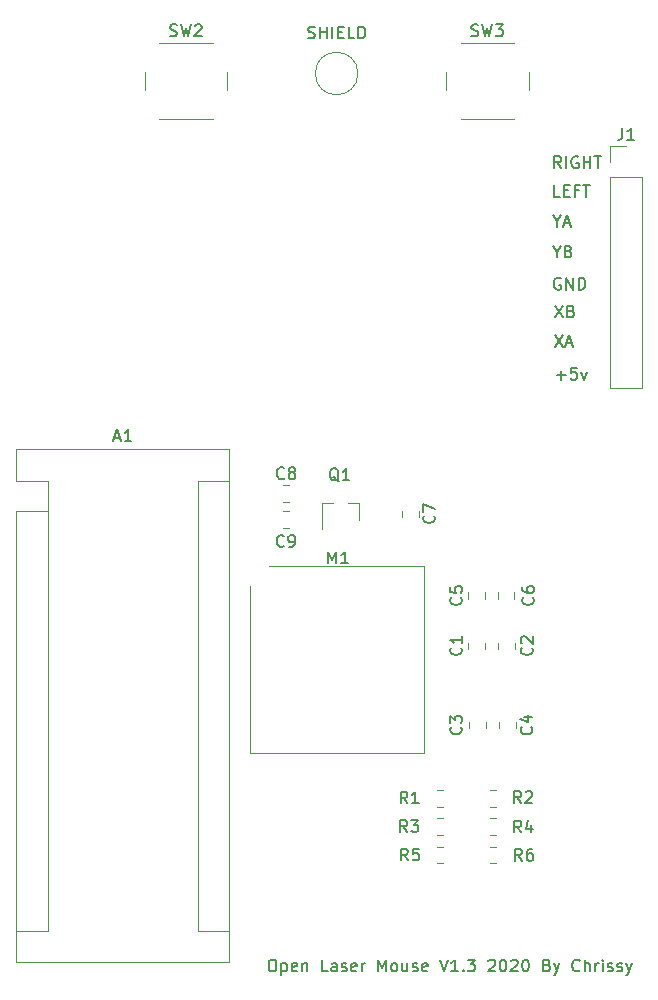
<source format=gbr>
G04 #@! TF.GenerationSoftware,KiCad,Pcbnew,(5.1.0-0)*
G04 #@! TF.CreationDate,2020-10-15T12:17:16+01:00*
G04 #@! TF.ProjectId,OpenLaserMouse,4f70656e-4c61-4736-9572-4d6f7573652e,rev?*
G04 #@! TF.SameCoordinates,Original*
G04 #@! TF.FileFunction,Legend,Top*
G04 #@! TF.FilePolarity,Positive*
%FSLAX46Y46*%
G04 Gerber Fmt 4.6, Leading zero omitted, Abs format (unit mm)*
G04 Created by KiCad (PCBNEW (5.1.0-0)) date 2020-10-15 12:17:16*
%MOMM*%
%LPD*%
G04 APERTURE LIST*
%ADD10C,0.150000*%
%ADD11C,0.120000*%
G04 APERTURE END LIST*
D10*
X65603738Y-43584761D02*
X65746595Y-43632380D01*
X65984690Y-43632380D01*
X66079928Y-43584761D01*
X66127547Y-43537142D01*
X66175166Y-43441904D01*
X66175166Y-43346666D01*
X66127547Y-43251428D01*
X66079928Y-43203809D01*
X65984690Y-43156190D01*
X65794214Y-43108571D01*
X65698976Y-43060952D01*
X65651357Y-43013333D01*
X65603738Y-42918095D01*
X65603738Y-42822857D01*
X65651357Y-42727619D01*
X65698976Y-42680000D01*
X65794214Y-42632380D01*
X66032309Y-42632380D01*
X66175166Y-42680000D01*
X66603738Y-43632380D02*
X66603738Y-42632380D01*
X66603738Y-43108571D02*
X67175166Y-43108571D01*
X67175166Y-43632380D02*
X67175166Y-42632380D01*
X67651357Y-43632380D02*
X67651357Y-42632380D01*
X68127547Y-43108571D02*
X68460880Y-43108571D01*
X68603738Y-43632380D02*
X68127547Y-43632380D01*
X68127547Y-42632380D01*
X68603738Y-42632380D01*
X69508500Y-43632380D02*
X69032309Y-43632380D01*
X69032309Y-42632380D01*
X69841833Y-43632380D02*
X69841833Y-42632380D01*
X70079928Y-42632380D01*
X70222785Y-42680000D01*
X70318023Y-42775238D01*
X70365642Y-42870476D01*
X70413261Y-43060952D01*
X70413261Y-43203809D01*
X70365642Y-43394285D01*
X70318023Y-43489523D01*
X70222785Y-43584761D01*
X70079928Y-43632380D01*
X69841833Y-43632380D01*
X86632095Y-72143928D02*
X87394000Y-72143928D01*
X87013047Y-72524880D02*
X87013047Y-71762976D01*
X88346380Y-71524880D02*
X87870190Y-71524880D01*
X87822571Y-72001071D01*
X87870190Y-71953452D01*
X87965428Y-71905833D01*
X88203523Y-71905833D01*
X88298761Y-71953452D01*
X88346380Y-72001071D01*
X88394000Y-72096309D01*
X88394000Y-72334404D01*
X88346380Y-72429642D01*
X88298761Y-72477261D01*
X88203523Y-72524880D01*
X87965428Y-72524880D01*
X87870190Y-72477261D01*
X87822571Y-72429642D01*
X88727333Y-71858214D02*
X88965428Y-72524880D01*
X89203523Y-71858214D01*
X86473357Y-68730880D02*
X87140023Y-69730880D01*
X87140023Y-68730880D02*
X86473357Y-69730880D01*
X87473357Y-69445166D02*
X87949547Y-69445166D01*
X87378119Y-69730880D02*
X87711452Y-68730880D01*
X88044785Y-69730880D01*
X86473357Y-66254380D02*
X87140023Y-67254380D01*
X87140023Y-66254380D02*
X86473357Y-67254380D01*
X87854309Y-66730571D02*
X87997166Y-66778190D01*
X88044785Y-66825809D01*
X88092404Y-66921047D01*
X88092404Y-67063904D01*
X88044785Y-67159142D01*
X87997166Y-67206761D01*
X87901928Y-67254380D01*
X87520976Y-67254380D01*
X87520976Y-66254380D01*
X87854309Y-66254380D01*
X87949547Y-66302000D01*
X87997166Y-66349619D01*
X88044785Y-66444857D01*
X88044785Y-66540095D01*
X87997166Y-66635333D01*
X87949547Y-66682952D01*
X87854309Y-66730571D01*
X87520976Y-66730571D01*
X86965404Y-63952500D02*
X86870166Y-63904880D01*
X86727309Y-63904880D01*
X86584452Y-63952500D01*
X86489214Y-64047738D01*
X86441595Y-64142976D01*
X86393976Y-64333452D01*
X86393976Y-64476309D01*
X86441595Y-64666785D01*
X86489214Y-64762023D01*
X86584452Y-64857261D01*
X86727309Y-64904880D01*
X86822547Y-64904880D01*
X86965404Y-64857261D01*
X87013023Y-64809642D01*
X87013023Y-64476309D01*
X86822547Y-64476309D01*
X87441595Y-64904880D02*
X87441595Y-63904880D01*
X88013023Y-64904880D01*
X88013023Y-63904880D01*
X88489214Y-64904880D02*
X88489214Y-63904880D01*
X88727309Y-63904880D01*
X88870166Y-63952500D01*
X88965404Y-64047738D01*
X89013023Y-64142976D01*
X89060642Y-64333452D01*
X89060642Y-64476309D01*
X89013023Y-64666785D01*
X88965404Y-64762023D01*
X88870166Y-64857261D01*
X88727309Y-64904880D01*
X88489214Y-64904880D01*
X86632071Y-61698190D02*
X86632071Y-62174380D01*
X86298738Y-61174380D02*
X86632071Y-61698190D01*
X86965404Y-61174380D01*
X87632071Y-61650571D02*
X87774928Y-61698190D01*
X87822547Y-61745809D01*
X87870166Y-61841047D01*
X87870166Y-61983904D01*
X87822547Y-62079142D01*
X87774928Y-62126761D01*
X87679690Y-62174380D01*
X87298738Y-62174380D01*
X87298738Y-61174380D01*
X87632071Y-61174380D01*
X87727309Y-61222000D01*
X87774928Y-61269619D01*
X87822547Y-61364857D01*
X87822547Y-61460095D01*
X87774928Y-61555333D01*
X87727309Y-61602952D01*
X87632071Y-61650571D01*
X87298738Y-61650571D01*
X86632071Y-59094690D02*
X86632071Y-59570880D01*
X86298738Y-58570880D02*
X86632071Y-59094690D01*
X86965404Y-58570880D01*
X87251119Y-59285166D02*
X87727309Y-59285166D01*
X87155880Y-59570880D02*
X87489214Y-58570880D01*
X87822547Y-59570880D01*
X86917785Y-57030880D02*
X86441595Y-57030880D01*
X86441595Y-56030880D01*
X87251119Y-56507071D02*
X87584452Y-56507071D01*
X87727309Y-57030880D02*
X87251119Y-57030880D01*
X87251119Y-56030880D01*
X87727309Y-56030880D01*
X88489214Y-56507071D02*
X88155880Y-56507071D01*
X88155880Y-57030880D02*
X88155880Y-56030880D01*
X88632071Y-56030880D01*
X88870166Y-56030880D02*
X89441595Y-56030880D01*
X89155880Y-57030880D02*
X89155880Y-56030880D01*
X87013023Y-54617880D02*
X86679690Y-54141690D01*
X86441595Y-54617880D02*
X86441595Y-53617880D01*
X86822547Y-53617880D01*
X86917785Y-53665500D01*
X86965404Y-53713119D01*
X87013023Y-53808357D01*
X87013023Y-53951214D01*
X86965404Y-54046452D01*
X86917785Y-54094071D01*
X86822547Y-54141690D01*
X86441595Y-54141690D01*
X87441595Y-54617880D02*
X87441595Y-53617880D01*
X88441595Y-53665500D02*
X88346357Y-53617880D01*
X88203500Y-53617880D01*
X88060642Y-53665500D01*
X87965404Y-53760738D01*
X87917785Y-53855976D01*
X87870166Y-54046452D01*
X87870166Y-54189309D01*
X87917785Y-54379785D01*
X87965404Y-54475023D01*
X88060642Y-54570261D01*
X88203500Y-54617880D01*
X88298738Y-54617880D01*
X88441595Y-54570261D01*
X88489214Y-54522642D01*
X88489214Y-54189309D01*
X88298738Y-54189309D01*
X88917785Y-54617880D02*
X88917785Y-53617880D01*
X88917785Y-54094071D02*
X89489214Y-54094071D01*
X89489214Y-54617880D02*
X89489214Y-53617880D01*
X89822547Y-53617880D02*
X90393976Y-53617880D01*
X90108261Y-54617880D02*
X90108261Y-53617880D01*
X62477952Y-121626380D02*
X62668428Y-121626380D01*
X62763666Y-121674000D01*
X62858904Y-121769238D01*
X62906523Y-121959714D01*
X62906523Y-122293047D01*
X62858904Y-122483523D01*
X62763666Y-122578761D01*
X62668428Y-122626380D01*
X62477952Y-122626380D01*
X62382714Y-122578761D01*
X62287476Y-122483523D01*
X62239857Y-122293047D01*
X62239857Y-121959714D01*
X62287476Y-121769238D01*
X62382714Y-121674000D01*
X62477952Y-121626380D01*
X63335095Y-121959714D02*
X63335095Y-122959714D01*
X63335095Y-122007333D02*
X63430333Y-121959714D01*
X63620809Y-121959714D01*
X63716047Y-122007333D01*
X63763666Y-122054952D01*
X63811285Y-122150190D01*
X63811285Y-122435904D01*
X63763666Y-122531142D01*
X63716047Y-122578761D01*
X63620809Y-122626380D01*
X63430333Y-122626380D01*
X63335095Y-122578761D01*
X64620809Y-122578761D02*
X64525571Y-122626380D01*
X64335095Y-122626380D01*
X64239857Y-122578761D01*
X64192238Y-122483523D01*
X64192238Y-122102571D01*
X64239857Y-122007333D01*
X64335095Y-121959714D01*
X64525571Y-121959714D01*
X64620809Y-122007333D01*
X64668428Y-122102571D01*
X64668428Y-122197809D01*
X64192238Y-122293047D01*
X65096999Y-121959714D02*
X65096999Y-122626380D01*
X65096999Y-122054952D02*
X65144619Y-122007333D01*
X65239857Y-121959714D01*
X65382714Y-121959714D01*
X65477952Y-122007333D01*
X65525571Y-122102571D01*
X65525571Y-122626380D01*
X67239857Y-122626380D02*
X66763666Y-122626380D01*
X66763666Y-121626380D01*
X68001761Y-122626380D02*
X68001761Y-122102571D01*
X67954142Y-122007333D01*
X67858904Y-121959714D01*
X67668428Y-121959714D01*
X67573190Y-122007333D01*
X68001761Y-122578761D02*
X67906523Y-122626380D01*
X67668428Y-122626380D01*
X67573190Y-122578761D01*
X67525571Y-122483523D01*
X67525571Y-122388285D01*
X67573190Y-122293047D01*
X67668428Y-122245428D01*
X67906523Y-122245428D01*
X68001761Y-122197809D01*
X68430333Y-122578761D02*
X68525571Y-122626380D01*
X68716047Y-122626380D01*
X68811285Y-122578761D01*
X68858904Y-122483523D01*
X68858904Y-122435904D01*
X68811285Y-122340666D01*
X68716047Y-122293047D01*
X68573190Y-122293047D01*
X68477952Y-122245428D01*
X68430333Y-122150190D01*
X68430333Y-122102571D01*
X68477952Y-122007333D01*
X68573190Y-121959714D01*
X68716047Y-121959714D01*
X68811285Y-122007333D01*
X69668428Y-122578761D02*
X69573190Y-122626380D01*
X69382714Y-122626380D01*
X69287476Y-122578761D01*
X69239857Y-122483523D01*
X69239857Y-122102571D01*
X69287476Y-122007333D01*
X69382714Y-121959714D01*
X69573190Y-121959714D01*
X69668428Y-122007333D01*
X69716047Y-122102571D01*
X69716047Y-122197809D01*
X69239857Y-122293047D01*
X70144619Y-122626380D02*
X70144619Y-121959714D01*
X70144619Y-122150190D02*
X70192238Y-122054952D01*
X70239857Y-122007333D01*
X70335095Y-121959714D01*
X70430333Y-121959714D01*
X71525571Y-122626380D02*
X71525571Y-121626380D01*
X71858904Y-122340666D01*
X72192238Y-121626380D01*
X72192238Y-122626380D01*
X72811285Y-122626380D02*
X72716047Y-122578761D01*
X72668428Y-122531142D01*
X72620809Y-122435904D01*
X72620809Y-122150190D01*
X72668428Y-122054952D01*
X72716047Y-122007333D01*
X72811285Y-121959714D01*
X72954142Y-121959714D01*
X73049380Y-122007333D01*
X73097000Y-122054952D01*
X73144619Y-122150190D01*
X73144619Y-122435904D01*
X73097000Y-122531142D01*
X73049380Y-122578761D01*
X72954142Y-122626380D01*
X72811285Y-122626380D01*
X74001761Y-121959714D02*
X74001761Y-122626380D01*
X73573190Y-121959714D02*
X73573190Y-122483523D01*
X73620809Y-122578761D01*
X73716047Y-122626380D01*
X73858904Y-122626380D01*
X73954142Y-122578761D01*
X74001761Y-122531142D01*
X74430333Y-122578761D02*
X74525571Y-122626380D01*
X74716047Y-122626380D01*
X74811285Y-122578761D01*
X74858904Y-122483523D01*
X74858904Y-122435904D01*
X74811285Y-122340666D01*
X74716047Y-122293047D01*
X74573190Y-122293047D01*
X74477952Y-122245428D01*
X74430333Y-122150190D01*
X74430333Y-122102571D01*
X74477952Y-122007333D01*
X74573190Y-121959714D01*
X74716047Y-121959714D01*
X74811285Y-122007333D01*
X75668428Y-122578761D02*
X75573190Y-122626380D01*
X75382714Y-122626380D01*
X75287476Y-122578761D01*
X75239857Y-122483523D01*
X75239857Y-122102571D01*
X75287476Y-122007333D01*
X75382714Y-121959714D01*
X75573190Y-121959714D01*
X75668428Y-122007333D01*
X75716047Y-122102571D01*
X75716047Y-122197809D01*
X75239857Y-122293047D01*
X76763666Y-121626380D02*
X77097000Y-122626380D01*
X77430333Y-121626380D01*
X78287476Y-122626380D02*
X77716047Y-122626380D01*
X78001761Y-122626380D02*
X78001761Y-121626380D01*
X77906523Y-121769238D01*
X77811285Y-121864476D01*
X77716047Y-121912095D01*
X78716047Y-122531142D02*
X78763666Y-122578761D01*
X78716047Y-122626380D01*
X78668428Y-122578761D01*
X78716047Y-122531142D01*
X78716047Y-122626380D01*
X79097000Y-121626380D02*
X79716047Y-121626380D01*
X79382714Y-122007333D01*
X79525571Y-122007333D01*
X79620809Y-122054952D01*
X79668428Y-122102571D01*
X79716047Y-122197809D01*
X79716047Y-122435904D01*
X79668428Y-122531142D01*
X79620809Y-122578761D01*
X79525571Y-122626380D01*
X79239857Y-122626380D01*
X79144619Y-122578761D01*
X79097000Y-122531142D01*
X80858904Y-121721619D02*
X80906523Y-121674000D01*
X81001761Y-121626380D01*
X81239857Y-121626380D01*
X81335095Y-121674000D01*
X81382714Y-121721619D01*
X81430333Y-121816857D01*
X81430333Y-121912095D01*
X81382714Y-122054952D01*
X80811285Y-122626380D01*
X81430333Y-122626380D01*
X82049380Y-121626380D02*
X82144619Y-121626380D01*
X82239857Y-121674000D01*
X82287476Y-121721619D01*
X82335095Y-121816857D01*
X82382714Y-122007333D01*
X82382714Y-122245428D01*
X82335095Y-122435904D01*
X82287476Y-122531142D01*
X82239857Y-122578761D01*
X82144619Y-122626380D01*
X82049380Y-122626380D01*
X81954142Y-122578761D01*
X81906523Y-122531142D01*
X81858904Y-122435904D01*
X81811285Y-122245428D01*
X81811285Y-122007333D01*
X81858904Y-121816857D01*
X81906523Y-121721619D01*
X81954142Y-121674000D01*
X82049380Y-121626380D01*
X82763666Y-121721619D02*
X82811285Y-121674000D01*
X82906523Y-121626380D01*
X83144619Y-121626380D01*
X83239857Y-121674000D01*
X83287476Y-121721619D01*
X83335095Y-121816857D01*
X83335095Y-121912095D01*
X83287476Y-122054952D01*
X82716047Y-122626380D01*
X83335095Y-122626380D01*
X83954142Y-121626380D02*
X84049380Y-121626380D01*
X84144619Y-121674000D01*
X84192238Y-121721619D01*
X84239857Y-121816857D01*
X84287476Y-122007333D01*
X84287476Y-122245428D01*
X84239857Y-122435904D01*
X84192238Y-122531142D01*
X84144619Y-122578761D01*
X84049380Y-122626380D01*
X83954142Y-122626380D01*
X83858904Y-122578761D01*
X83811285Y-122531142D01*
X83763666Y-122435904D01*
X83716047Y-122245428D01*
X83716047Y-122007333D01*
X83763666Y-121816857D01*
X83811285Y-121721619D01*
X83858904Y-121674000D01*
X83954142Y-121626380D01*
X85811285Y-122102571D02*
X85954142Y-122150190D01*
X86001761Y-122197809D01*
X86049380Y-122293047D01*
X86049380Y-122435904D01*
X86001761Y-122531142D01*
X85954142Y-122578761D01*
X85858904Y-122626380D01*
X85477952Y-122626380D01*
X85477952Y-121626380D01*
X85811285Y-121626380D01*
X85906523Y-121674000D01*
X85954142Y-121721619D01*
X86001761Y-121816857D01*
X86001761Y-121912095D01*
X85954142Y-122007333D01*
X85906523Y-122054952D01*
X85811285Y-122102571D01*
X85477952Y-122102571D01*
X86382714Y-121959714D02*
X86620809Y-122626380D01*
X86858904Y-121959714D02*
X86620809Y-122626380D01*
X86525571Y-122864476D01*
X86477952Y-122912095D01*
X86382714Y-122959714D01*
X88573190Y-122531142D02*
X88525571Y-122578761D01*
X88382714Y-122626380D01*
X88287476Y-122626380D01*
X88144619Y-122578761D01*
X88049380Y-122483523D01*
X88001761Y-122388285D01*
X87954142Y-122197809D01*
X87954142Y-122054952D01*
X88001761Y-121864476D01*
X88049380Y-121769238D01*
X88144619Y-121674000D01*
X88287476Y-121626380D01*
X88382714Y-121626380D01*
X88525571Y-121674000D01*
X88573190Y-121721619D01*
X89001761Y-122626380D02*
X89001761Y-121626380D01*
X89430333Y-122626380D02*
X89430333Y-122102571D01*
X89382714Y-122007333D01*
X89287476Y-121959714D01*
X89144619Y-121959714D01*
X89049380Y-122007333D01*
X89001761Y-122054952D01*
X89906523Y-122626380D02*
X89906523Y-121959714D01*
X89906523Y-122150190D02*
X89954142Y-122054952D01*
X90001761Y-122007333D01*
X90096999Y-121959714D01*
X90192238Y-121959714D01*
X90525571Y-122626380D02*
X90525571Y-121959714D01*
X90525571Y-121626380D02*
X90477952Y-121674000D01*
X90525571Y-121721619D01*
X90573190Y-121674000D01*
X90525571Y-121626380D01*
X90525571Y-121721619D01*
X90954142Y-122578761D02*
X91049380Y-122626380D01*
X91239857Y-122626380D01*
X91335095Y-122578761D01*
X91382714Y-122483523D01*
X91382714Y-122435904D01*
X91335095Y-122340666D01*
X91239857Y-122293047D01*
X91096999Y-122293047D01*
X91001761Y-122245428D01*
X90954142Y-122150190D01*
X90954142Y-122102571D01*
X91001761Y-122007333D01*
X91096999Y-121959714D01*
X91239857Y-121959714D01*
X91335095Y-122007333D01*
X91763666Y-122578761D02*
X91858904Y-122626380D01*
X92049380Y-122626380D01*
X92144619Y-122578761D01*
X92192238Y-122483523D01*
X92192238Y-122435904D01*
X92144619Y-122340666D01*
X92049380Y-122293047D01*
X91906523Y-122293047D01*
X91811285Y-122245428D01*
X91763666Y-122150190D01*
X91763666Y-122102571D01*
X91811285Y-122007333D01*
X91906523Y-121959714D01*
X92049380Y-121959714D01*
X92144619Y-122007333D01*
X92525571Y-121959714D02*
X92763666Y-122626380D01*
X93001761Y-121959714D02*
X92763666Y-122626380D01*
X92668428Y-122864476D01*
X92620809Y-122912095D01*
X92525571Y-122959714D01*
D11*
X81500478Y-112066000D02*
X80983322Y-112066000D01*
X81500478Y-113486000D02*
X80983322Y-113486000D01*
X77042778Y-112066000D02*
X76525622Y-112066000D01*
X77042778Y-113486000D02*
X76525622Y-113486000D01*
X81500478Y-109665200D02*
X80983322Y-109665200D01*
X81500478Y-111085200D02*
X80983322Y-111085200D01*
X77042778Y-109665200D02*
X76525622Y-109665200D01*
X77042778Y-111085200D02*
X76525622Y-111085200D01*
X81500478Y-107252200D02*
X80983322Y-107252200D01*
X81500478Y-108672200D02*
X80983322Y-108672200D01*
X77042778Y-107252200D02*
X76525622Y-107252200D01*
X77042778Y-108672200D02*
X76525622Y-108672200D01*
X69898000Y-82981500D02*
X69898000Y-84441500D01*
X66738000Y-82981500D02*
X66738000Y-85141500D01*
X66738000Y-82981500D02*
X67668000Y-82981500D01*
X69898000Y-82981500D02*
X68968000Y-82981500D01*
X63495422Y-85101500D02*
X64012578Y-85101500D01*
X63495422Y-83681500D02*
X64012578Y-83681500D01*
X63472322Y-82853600D02*
X63989478Y-82853600D01*
X63472322Y-81433600D02*
X63989478Y-81433600D01*
X73521500Y-83624922D02*
X73521500Y-84142078D01*
X74941500Y-83624922D02*
X74941500Y-84142078D01*
X83056800Y-91063578D02*
X83056800Y-90546422D01*
X81636800Y-91063578D02*
X81636800Y-90546422D01*
X80529500Y-91063578D02*
X80529500Y-90546422D01*
X79109500Y-91063578D02*
X79109500Y-90546422D01*
X81763800Y-101493822D02*
X81763800Y-102010978D01*
X83183800Y-101493822D02*
X83183800Y-102010978D01*
X79236500Y-101531422D02*
X79236500Y-102048578D01*
X80656500Y-101531422D02*
X80656500Y-102048578D01*
X83107600Y-95318078D02*
X83107600Y-94800922D01*
X81687600Y-95318078D02*
X81687600Y-94800922D01*
X80529500Y-95318078D02*
X80529500Y-94800922D01*
X79109500Y-95318078D02*
X79109500Y-94800922D01*
X69800694Y-46609000D02*
G75*
G03X69800694Y-46609000I-1800694J0D01*
G01*
X58931000Y-78419500D02*
X40891000Y-78419500D01*
X58931000Y-121859500D02*
X58931000Y-78419500D01*
X40891000Y-121859500D02*
X58931000Y-121859500D01*
X43561000Y-119189500D02*
X40891000Y-119189500D01*
X43561000Y-83629500D02*
X43561000Y-119189500D01*
X43561000Y-83629500D02*
X40891000Y-83629500D01*
X56261000Y-119189500D02*
X58931000Y-119189500D01*
X56261000Y-81089500D02*
X56261000Y-119189500D01*
X56261000Y-81089500D02*
X58931000Y-81089500D01*
X40891000Y-78419500D02*
X40891000Y-81089500D01*
X40891000Y-83629500D02*
X40891000Y-121859500D01*
X43561000Y-81089500D02*
X40891000Y-81089500D01*
X43561000Y-83629500D02*
X43561000Y-81089500D01*
X84250000Y-48000000D02*
X84250000Y-46500000D01*
X83000000Y-44000000D02*
X78500000Y-44000000D01*
X77250000Y-46500000D02*
X77250000Y-48000000D01*
X78500000Y-50500000D02*
X83000000Y-50500000D01*
X58750000Y-48000000D02*
X58750000Y-46500000D01*
X57500000Y-44000000D02*
X53000000Y-44000000D01*
X51750000Y-46500000D02*
X51750000Y-48000000D01*
X53000000Y-50500000D02*
X57500000Y-50500000D01*
X91189500Y-52772000D02*
X92519500Y-52772000D01*
X91189500Y-54102000D02*
X91189500Y-52772000D01*
X91189500Y-55372000D02*
X93849500Y-55372000D01*
X93849500Y-55372000D02*
X93849500Y-73212000D01*
X91189500Y-55372000D02*
X91189500Y-73212000D01*
X91189500Y-73212000D02*
X93849500Y-73212000D01*
X62272000Y-88300000D02*
X75372000Y-88300000D01*
X75372000Y-88300000D02*
X75372000Y-104150000D01*
X75372000Y-104150000D02*
X60672000Y-104150000D01*
X60672000Y-104150000D02*
X60672000Y-90000000D01*
D10*
X83704133Y-113253780D02*
X83370800Y-112777590D01*
X83132704Y-113253780D02*
X83132704Y-112253780D01*
X83513657Y-112253780D01*
X83608895Y-112301400D01*
X83656514Y-112349019D01*
X83704133Y-112444257D01*
X83704133Y-112587114D01*
X83656514Y-112682352D01*
X83608895Y-112729971D01*
X83513657Y-112777590D01*
X83132704Y-112777590D01*
X84561276Y-112253780D02*
X84370800Y-112253780D01*
X84275561Y-112301400D01*
X84227942Y-112349019D01*
X84132704Y-112491876D01*
X84085085Y-112682352D01*
X84085085Y-113063304D01*
X84132704Y-113158542D01*
X84180323Y-113206161D01*
X84275561Y-113253780D01*
X84466038Y-113253780D01*
X84561276Y-113206161D01*
X84608895Y-113158542D01*
X84656514Y-113063304D01*
X84656514Y-112825209D01*
X84608895Y-112729971D01*
X84561276Y-112682352D01*
X84466038Y-112634733D01*
X84275561Y-112634733D01*
X84180323Y-112682352D01*
X84132704Y-112729971D01*
X84085085Y-112825209D01*
X74052133Y-113228380D02*
X73718800Y-112752190D01*
X73480704Y-113228380D02*
X73480704Y-112228380D01*
X73861657Y-112228380D01*
X73956895Y-112276000D01*
X74004514Y-112323619D01*
X74052133Y-112418857D01*
X74052133Y-112561714D01*
X74004514Y-112656952D01*
X73956895Y-112704571D01*
X73861657Y-112752190D01*
X73480704Y-112752190D01*
X74956895Y-112228380D02*
X74480704Y-112228380D01*
X74433085Y-112704571D01*
X74480704Y-112656952D01*
X74575942Y-112609333D01*
X74814038Y-112609333D01*
X74909276Y-112656952D01*
X74956895Y-112704571D01*
X75004514Y-112799809D01*
X75004514Y-113037904D01*
X74956895Y-113133142D01*
X74909276Y-113180761D01*
X74814038Y-113228380D01*
X74575942Y-113228380D01*
X74480704Y-113180761D01*
X74433085Y-113133142D01*
X83627933Y-110866180D02*
X83294600Y-110389990D01*
X83056504Y-110866180D02*
X83056504Y-109866180D01*
X83437457Y-109866180D01*
X83532695Y-109913800D01*
X83580314Y-109961419D01*
X83627933Y-110056657D01*
X83627933Y-110199514D01*
X83580314Y-110294752D01*
X83532695Y-110342371D01*
X83437457Y-110389990D01*
X83056504Y-110389990D01*
X84485076Y-110199514D02*
X84485076Y-110866180D01*
X84246980Y-109818561D02*
X84008885Y-110532847D01*
X84627933Y-110532847D01*
X73975933Y-110815380D02*
X73642600Y-110339190D01*
X73404504Y-110815380D02*
X73404504Y-109815380D01*
X73785457Y-109815380D01*
X73880695Y-109863000D01*
X73928314Y-109910619D01*
X73975933Y-110005857D01*
X73975933Y-110148714D01*
X73928314Y-110243952D01*
X73880695Y-110291571D01*
X73785457Y-110339190D01*
X73404504Y-110339190D01*
X74309266Y-109815380D02*
X74928314Y-109815380D01*
X74594980Y-110196333D01*
X74737838Y-110196333D01*
X74833076Y-110243952D01*
X74880695Y-110291571D01*
X74928314Y-110386809D01*
X74928314Y-110624904D01*
X74880695Y-110720142D01*
X74833076Y-110767761D01*
X74737838Y-110815380D01*
X74452123Y-110815380D01*
X74356885Y-110767761D01*
X74309266Y-110720142D01*
X83627933Y-108376980D02*
X83294600Y-107900790D01*
X83056504Y-108376980D02*
X83056504Y-107376980D01*
X83437457Y-107376980D01*
X83532695Y-107424600D01*
X83580314Y-107472219D01*
X83627933Y-107567457D01*
X83627933Y-107710314D01*
X83580314Y-107805552D01*
X83532695Y-107853171D01*
X83437457Y-107900790D01*
X83056504Y-107900790D01*
X84008885Y-107472219D02*
X84056504Y-107424600D01*
X84151742Y-107376980D01*
X84389838Y-107376980D01*
X84485076Y-107424600D01*
X84532695Y-107472219D01*
X84580314Y-107567457D01*
X84580314Y-107662695D01*
X84532695Y-107805552D01*
X83961266Y-108376980D01*
X84580314Y-108376980D01*
X74001333Y-108402380D02*
X73668000Y-107926190D01*
X73429904Y-108402380D02*
X73429904Y-107402380D01*
X73810857Y-107402380D01*
X73906095Y-107450000D01*
X73953714Y-107497619D01*
X74001333Y-107592857D01*
X74001333Y-107735714D01*
X73953714Y-107830952D01*
X73906095Y-107878571D01*
X73810857Y-107926190D01*
X73429904Y-107926190D01*
X74953714Y-108402380D02*
X74382285Y-108402380D01*
X74668000Y-108402380D02*
X74668000Y-107402380D01*
X74572761Y-107545238D01*
X74477523Y-107640476D01*
X74382285Y-107688095D01*
X68179961Y-81141819D02*
X68084723Y-81094200D01*
X67989485Y-80998961D01*
X67846628Y-80856104D01*
X67751390Y-80808485D01*
X67656152Y-80808485D01*
X67703771Y-81046580D02*
X67608533Y-80998961D01*
X67513295Y-80903723D01*
X67465676Y-80713247D01*
X67465676Y-80379914D01*
X67513295Y-80189438D01*
X67608533Y-80094200D01*
X67703771Y-80046580D01*
X67894247Y-80046580D01*
X67989485Y-80094200D01*
X68084723Y-80189438D01*
X68132342Y-80379914D01*
X68132342Y-80713247D01*
X68084723Y-80903723D01*
X67989485Y-80998961D01*
X67894247Y-81046580D01*
X67703771Y-81046580D01*
X69084723Y-81046580D02*
X68513295Y-81046580D01*
X68799009Y-81046580D02*
X68799009Y-80046580D01*
X68703771Y-80189438D01*
X68608533Y-80284676D01*
X68513295Y-80332295D01*
X63536533Y-86590142D02*
X63488914Y-86637761D01*
X63346057Y-86685380D01*
X63250819Y-86685380D01*
X63107961Y-86637761D01*
X63012723Y-86542523D01*
X62965104Y-86447285D01*
X62917485Y-86256809D01*
X62917485Y-86113952D01*
X62965104Y-85923476D01*
X63012723Y-85828238D01*
X63107961Y-85733000D01*
X63250819Y-85685380D01*
X63346057Y-85685380D01*
X63488914Y-85733000D01*
X63536533Y-85780619D01*
X64012723Y-86685380D02*
X64203200Y-86685380D01*
X64298438Y-86637761D01*
X64346057Y-86590142D01*
X64441295Y-86447285D01*
X64488914Y-86256809D01*
X64488914Y-85875857D01*
X64441295Y-85780619D01*
X64393676Y-85733000D01*
X64298438Y-85685380D01*
X64107961Y-85685380D01*
X64012723Y-85733000D01*
X63965104Y-85780619D01*
X63917485Y-85875857D01*
X63917485Y-86113952D01*
X63965104Y-86209190D01*
X64012723Y-86256809D01*
X64107961Y-86304428D01*
X64298438Y-86304428D01*
X64393676Y-86256809D01*
X64441295Y-86209190D01*
X64488914Y-86113952D01*
X63564233Y-80850742D02*
X63516614Y-80898361D01*
X63373757Y-80945980D01*
X63278519Y-80945980D01*
X63135661Y-80898361D01*
X63040423Y-80803123D01*
X62992804Y-80707885D01*
X62945185Y-80517409D01*
X62945185Y-80374552D01*
X62992804Y-80184076D01*
X63040423Y-80088838D01*
X63135661Y-79993600D01*
X63278519Y-79945980D01*
X63373757Y-79945980D01*
X63516614Y-79993600D01*
X63564233Y-80041219D01*
X64135661Y-80374552D02*
X64040423Y-80326933D01*
X63992804Y-80279314D01*
X63945185Y-80184076D01*
X63945185Y-80136457D01*
X63992804Y-80041219D01*
X64040423Y-79993600D01*
X64135661Y-79945980D01*
X64326138Y-79945980D01*
X64421376Y-79993600D01*
X64468995Y-80041219D01*
X64516614Y-80136457D01*
X64516614Y-80184076D01*
X64468995Y-80279314D01*
X64421376Y-80326933D01*
X64326138Y-80374552D01*
X64135661Y-80374552D01*
X64040423Y-80422171D01*
X63992804Y-80469790D01*
X63945185Y-80565028D01*
X63945185Y-80755504D01*
X63992804Y-80850742D01*
X64040423Y-80898361D01*
X64135661Y-80945980D01*
X64326138Y-80945980D01*
X64421376Y-80898361D01*
X64468995Y-80850742D01*
X64516614Y-80755504D01*
X64516614Y-80565028D01*
X64468995Y-80469790D01*
X64421376Y-80422171D01*
X64326138Y-80374552D01*
X76238642Y-84050166D02*
X76286261Y-84097785D01*
X76333880Y-84240642D01*
X76333880Y-84335880D01*
X76286261Y-84478738D01*
X76191023Y-84573976D01*
X76095785Y-84621595D01*
X75905309Y-84669214D01*
X75762452Y-84669214D01*
X75571976Y-84621595D01*
X75476738Y-84573976D01*
X75381500Y-84478738D01*
X75333880Y-84335880D01*
X75333880Y-84240642D01*
X75381500Y-84097785D01*
X75429119Y-84050166D01*
X75333880Y-83716833D02*
X75333880Y-83050166D01*
X76333880Y-83478738D01*
X84608942Y-90971666D02*
X84656561Y-91019285D01*
X84704180Y-91162142D01*
X84704180Y-91257380D01*
X84656561Y-91400238D01*
X84561323Y-91495476D01*
X84466085Y-91543095D01*
X84275609Y-91590714D01*
X84132752Y-91590714D01*
X83942276Y-91543095D01*
X83847038Y-91495476D01*
X83751800Y-91400238D01*
X83704180Y-91257380D01*
X83704180Y-91162142D01*
X83751800Y-91019285D01*
X83799419Y-90971666D01*
X83704180Y-90114523D02*
X83704180Y-90305000D01*
X83751800Y-90400238D01*
X83799419Y-90447857D01*
X83942276Y-90543095D01*
X84132752Y-90590714D01*
X84513704Y-90590714D01*
X84608942Y-90543095D01*
X84656561Y-90495476D01*
X84704180Y-90400238D01*
X84704180Y-90209761D01*
X84656561Y-90114523D01*
X84608942Y-90066904D01*
X84513704Y-90019285D01*
X84275609Y-90019285D01*
X84180371Y-90066904D01*
X84132752Y-90114523D01*
X84085133Y-90209761D01*
X84085133Y-90400238D01*
X84132752Y-90495476D01*
X84180371Y-90543095D01*
X84275609Y-90590714D01*
X78526642Y-90971666D02*
X78574261Y-91019285D01*
X78621880Y-91162142D01*
X78621880Y-91257380D01*
X78574261Y-91400238D01*
X78479023Y-91495476D01*
X78383785Y-91543095D01*
X78193309Y-91590714D01*
X78050452Y-91590714D01*
X77859976Y-91543095D01*
X77764738Y-91495476D01*
X77669500Y-91400238D01*
X77621880Y-91257380D01*
X77621880Y-91162142D01*
X77669500Y-91019285D01*
X77717119Y-90971666D01*
X77621880Y-90066904D02*
X77621880Y-90543095D01*
X78098071Y-90590714D01*
X78050452Y-90543095D01*
X78002833Y-90447857D01*
X78002833Y-90209761D01*
X78050452Y-90114523D01*
X78098071Y-90066904D01*
X78193309Y-90019285D01*
X78431404Y-90019285D01*
X78526642Y-90066904D01*
X78574261Y-90114523D01*
X78621880Y-90209761D01*
X78621880Y-90447857D01*
X78574261Y-90543095D01*
X78526642Y-90590714D01*
X84480942Y-101919066D02*
X84528561Y-101966685D01*
X84576180Y-102109542D01*
X84576180Y-102204780D01*
X84528561Y-102347638D01*
X84433323Y-102442876D01*
X84338085Y-102490495D01*
X84147609Y-102538114D01*
X84004752Y-102538114D01*
X83814276Y-102490495D01*
X83719038Y-102442876D01*
X83623800Y-102347638D01*
X83576180Y-102204780D01*
X83576180Y-102109542D01*
X83623800Y-101966685D01*
X83671419Y-101919066D01*
X83909514Y-101061923D02*
X84576180Y-101061923D01*
X83528561Y-101300019D02*
X84242847Y-101538114D01*
X84242847Y-100919066D01*
X78512942Y-101944466D02*
X78560561Y-101992085D01*
X78608180Y-102134942D01*
X78608180Y-102230180D01*
X78560561Y-102373038D01*
X78465323Y-102468276D01*
X78370085Y-102515895D01*
X78179609Y-102563514D01*
X78036752Y-102563514D01*
X77846276Y-102515895D01*
X77751038Y-102468276D01*
X77655800Y-102373038D01*
X77608180Y-102230180D01*
X77608180Y-102134942D01*
X77655800Y-101992085D01*
X77703419Y-101944466D01*
X77608180Y-101611133D02*
X77608180Y-100992085D01*
X77989133Y-101325419D01*
X77989133Y-101182561D01*
X78036752Y-101087323D01*
X78084371Y-101039704D01*
X78179609Y-100992085D01*
X78417704Y-100992085D01*
X78512942Y-101039704D01*
X78560561Y-101087323D01*
X78608180Y-101182561D01*
X78608180Y-101468276D01*
X78560561Y-101563514D01*
X78512942Y-101611133D01*
X84507342Y-95226166D02*
X84554961Y-95273785D01*
X84602580Y-95416642D01*
X84602580Y-95511880D01*
X84554961Y-95654738D01*
X84459723Y-95749976D01*
X84364485Y-95797595D01*
X84174009Y-95845214D01*
X84031152Y-95845214D01*
X83840676Y-95797595D01*
X83745438Y-95749976D01*
X83650200Y-95654738D01*
X83602580Y-95511880D01*
X83602580Y-95416642D01*
X83650200Y-95273785D01*
X83697819Y-95226166D01*
X83697819Y-94845214D02*
X83650200Y-94797595D01*
X83602580Y-94702357D01*
X83602580Y-94464261D01*
X83650200Y-94369023D01*
X83697819Y-94321404D01*
X83793057Y-94273785D01*
X83888295Y-94273785D01*
X84031152Y-94321404D01*
X84602580Y-94892833D01*
X84602580Y-94273785D01*
X78526642Y-95226166D02*
X78574261Y-95273785D01*
X78621880Y-95416642D01*
X78621880Y-95511880D01*
X78574261Y-95654738D01*
X78479023Y-95749976D01*
X78383785Y-95797595D01*
X78193309Y-95845214D01*
X78050452Y-95845214D01*
X77859976Y-95797595D01*
X77764738Y-95749976D01*
X77669500Y-95654738D01*
X77621880Y-95511880D01*
X77621880Y-95416642D01*
X77669500Y-95273785D01*
X77717119Y-95226166D01*
X78621880Y-94273785D02*
X78621880Y-94845214D01*
X78621880Y-94559500D02*
X77621880Y-94559500D01*
X77764738Y-94654738D01*
X77859976Y-94749976D01*
X77907595Y-94845214D01*
X49196714Y-77446166D02*
X49672904Y-77446166D01*
X49101476Y-77731880D02*
X49434809Y-76731880D01*
X49768142Y-77731880D01*
X50625285Y-77731880D02*
X50053857Y-77731880D01*
X50339571Y-77731880D02*
X50339571Y-76731880D01*
X50244333Y-76874738D01*
X50149095Y-76969976D01*
X50053857Y-77017595D01*
X79416666Y-43404761D02*
X79559523Y-43452380D01*
X79797619Y-43452380D01*
X79892857Y-43404761D01*
X79940476Y-43357142D01*
X79988095Y-43261904D01*
X79988095Y-43166666D01*
X79940476Y-43071428D01*
X79892857Y-43023809D01*
X79797619Y-42976190D01*
X79607142Y-42928571D01*
X79511904Y-42880952D01*
X79464285Y-42833333D01*
X79416666Y-42738095D01*
X79416666Y-42642857D01*
X79464285Y-42547619D01*
X79511904Y-42500000D01*
X79607142Y-42452380D01*
X79845238Y-42452380D01*
X79988095Y-42500000D01*
X80321428Y-42452380D02*
X80559523Y-43452380D01*
X80750000Y-42738095D01*
X80940476Y-43452380D01*
X81178571Y-42452380D01*
X81464285Y-42452380D02*
X82083333Y-42452380D01*
X81750000Y-42833333D01*
X81892857Y-42833333D01*
X81988095Y-42880952D01*
X82035714Y-42928571D01*
X82083333Y-43023809D01*
X82083333Y-43261904D01*
X82035714Y-43357142D01*
X81988095Y-43404761D01*
X81892857Y-43452380D01*
X81607142Y-43452380D01*
X81511904Y-43404761D01*
X81464285Y-43357142D01*
X53916666Y-43404761D02*
X54059523Y-43452380D01*
X54297619Y-43452380D01*
X54392857Y-43404761D01*
X54440476Y-43357142D01*
X54488095Y-43261904D01*
X54488095Y-43166666D01*
X54440476Y-43071428D01*
X54392857Y-43023809D01*
X54297619Y-42976190D01*
X54107142Y-42928571D01*
X54011904Y-42880952D01*
X53964285Y-42833333D01*
X53916666Y-42738095D01*
X53916666Y-42642857D01*
X53964285Y-42547619D01*
X54011904Y-42500000D01*
X54107142Y-42452380D01*
X54345238Y-42452380D01*
X54488095Y-42500000D01*
X54821428Y-42452380D02*
X55059523Y-43452380D01*
X55250000Y-42738095D01*
X55440476Y-43452380D01*
X55678571Y-42452380D01*
X56011904Y-42547619D02*
X56059523Y-42500000D01*
X56154761Y-42452380D01*
X56392857Y-42452380D01*
X56488095Y-42500000D01*
X56535714Y-42547619D01*
X56583333Y-42642857D01*
X56583333Y-42738095D01*
X56535714Y-42880952D01*
X55964285Y-43452380D01*
X56583333Y-43452380D01*
X92186166Y-51224380D02*
X92186166Y-51938666D01*
X92138547Y-52081523D01*
X92043309Y-52176761D01*
X91900452Y-52224380D01*
X91805214Y-52224380D01*
X93186166Y-52224380D02*
X92614738Y-52224380D01*
X92900452Y-52224380D02*
X92900452Y-51224380D01*
X92805214Y-51367238D01*
X92709976Y-51462476D01*
X92614738Y-51510095D01*
X67313276Y-88082380D02*
X67313276Y-87082380D01*
X67646609Y-87796666D01*
X67979942Y-87082380D01*
X67979942Y-88082380D01*
X68979942Y-88082380D02*
X68408514Y-88082380D01*
X68694228Y-88082380D02*
X68694228Y-87082380D01*
X68598990Y-87225238D01*
X68503752Y-87320476D01*
X68408514Y-87368095D01*
M02*

</source>
